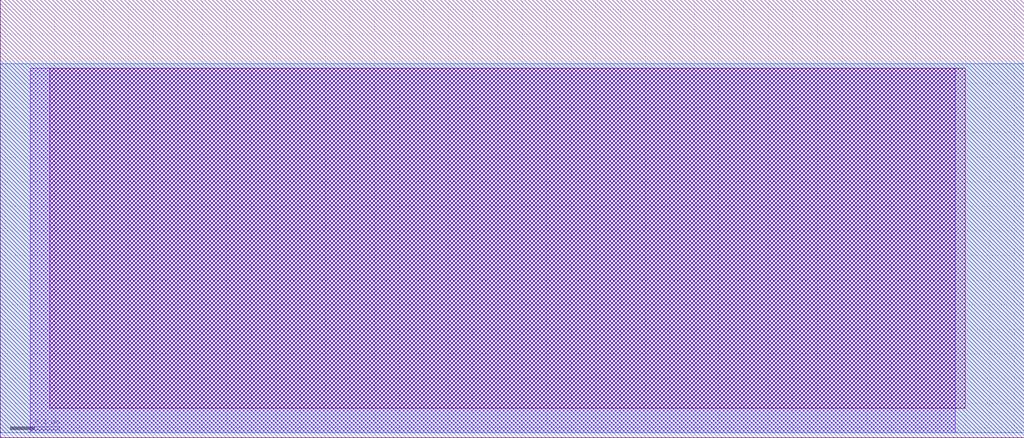
<source format=lef>
VERSION 5.7 ;
  NOWIREEXTENSIONATPIN ON ;
  DIVIDERCHAR "/" ;
  BUSBITCHARS "[]" ;
UNITS
  DATABASE MICRONS 200 ;
END UNITS

LAYER via2
  TYPE CUT ;
END via2

LAYER via
  TYPE CUT ;
END via

LAYER nwell
  TYPE MASTERSLICE ;
END nwell

LAYER via3
  TYPE CUT ;
END via3

LAYER pwell
  TYPE MASTERSLICE ;
END pwell

LAYER via4
  TYPE CUT ;
END via4

LAYER mcon
  TYPE CUT ;
END mcon

LAYER met6
  TYPE ROUTING ;
  WIDTH 0.030000 ;
  SPACING 0.040000 ;
  DIRECTION HORIZONTAL ;
END met6

LAYER met1
  TYPE ROUTING ;
  WIDTH 0.140000 ;
  SPACING 0.140000 ;
  DIRECTION HORIZONTAL ;
END met1

LAYER met3
  TYPE ROUTING ;
  WIDTH 0.300000 ;
  SPACING 0.300000 ;
  DIRECTION HORIZONTAL ;
END met3

LAYER met2
  TYPE ROUTING ;
  WIDTH 0.140000 ;
  SPACING 0.140000 ;
  DIRECTION HORIZONTAL ;
END met2

LAYER met4
  TYPE ROUTING ;
  WIDTH 0.300000 ;
  SPACING 0.300000 ;
  DIRECTION HORIZONTAL ;
END met4

LAYER met5
  TYPE ROUTING ;
  WIDTH 1.600000 ;
  SPACING 1.600000 ;
  DIRECTION HORIZONTAL ;
END met5

LAYER li1
  TYPE ROUTING ;
  WIDTH 0.170000 ;
  SPACING 0.170000 ;
  DIRECTION HORIZONTAL ;
END li1

MACRO sky130_hilas_nFET03a
  CLASS BLOCK ;
  FOREIGN sky130_hilas_nFET03a ;
  ORIGIN 1.110 0.470 ;
  SIZE 2.080 BY 0.890 ;
  OBS
      LAYER li1 ;
        RECT -1.010 -0.410 0.850 0.280 ;
      LAYER met1 ;
        RECT -1.050 -0.460 0.830 0.280 ;
      LAYER met2 ;
        RECT -1.110 -0.460 0.970 0.290 ;
  END
END sky130_hilas_nFET03a
END LIBRARY


</source>
